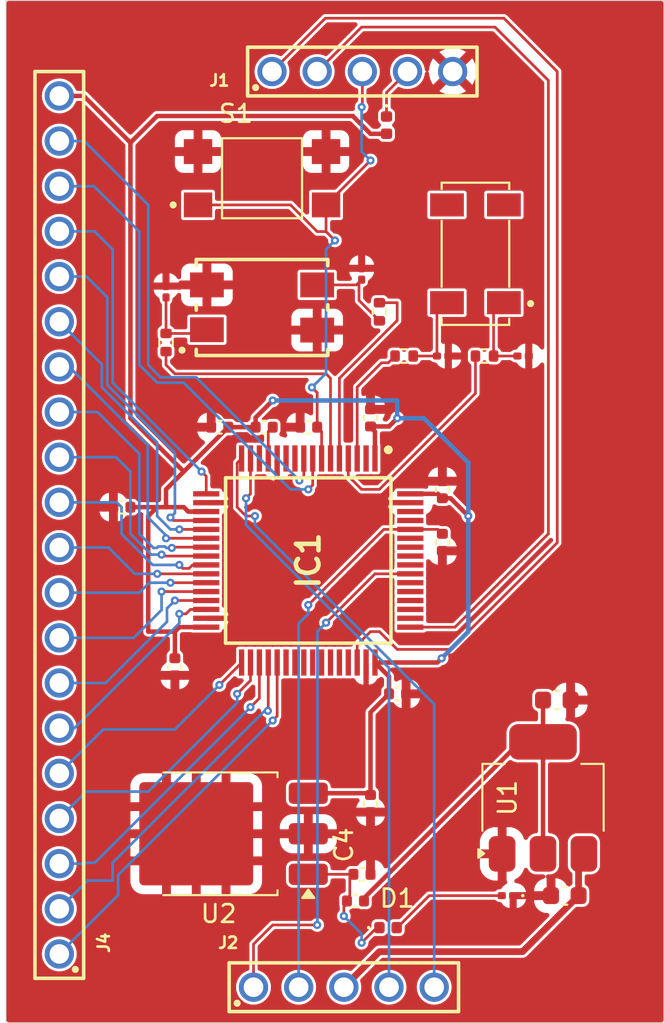
<source format=kicad_pcb>
(kicad_pcb (version 20240108) (generator "pcbnew") (generator_version "8.0")
  (layers (0 "F.Cu" mixed) (31 "B.Cu" signal) (34 "B.Paste" user) (35 "F.Paste" user) (36 "B.SilkS" user "B.Silkscreen") (37 "F.SilkS" user "F.Silkscreen") (38 "B.Mask" user) (39 "F.Mask" user) (44 "Edge.Cuts" user))
  (net 0 "")
  (net 1 "GND")
  (net 2 "+15V")
  (net 3 "+5V")
  (net 4 "Net-(D1-K)")
  (net 5 "+3.3V")
  (net 6 "NRST")
  (net 7 "Net-(C12-Pad2)")
  (net 8 "Net-(C13-Pad2)")
  (net 9 "Net-(C14-Pad2)")
  (net 10 "Net-(C15-Pad2)")
  (net 11 "Net-(D2-A)")
  (net 12 "Net-(IC1-VDDA{slash}VREF+)")
  (net 13 "BOOT0")
  (net 14 "Net-(IC1-PH0-OSC_IN(PH0))")
  (net 15 "Net-(IC1-PH1-OSC_OUT(PH1))")
  (net 16 "Net-(IC1-PC14-OSC32_IN(PC14))")
  (net 17 "Net-(IC1-PC15-OSC32_OUT(PC15))")
  (net 18 "Net-(J1-Pad4)")
  (net 19 "/PB2")
  (net 20 "/PC8")
  (net 21 "/PC0")
  (net 23 "SWDIO")
  (net 25 "/PD2")
  (net 26 "/PC10")
  (net 27 "/PC7")
  (net 28 "/PB1")
  (net 29 "/PA9")
  (net 31 "/PB15")
  (net 32 "/PB14")
  (net 33 "/PB4")
  (net 34 "/PA4")
  (net 35 "/PB11")
  (net 36 "SWCLK")
  (net 37 "/PB0")
  (net 38 "SWO")
  (net 39 "/PC6")
  (net 40 "/PA6")
  (net 41 "/PC5")
  (net 42 "/PC11")
  (net 43 "/PA15")
  (net 44 "/PA12")
  (net 45 "/PB10")
  (net 46 "/PB8")
  (net 47 "/PC4")
  (net 48 "/PA7")
  (net 49 "/PB6")
  (net 50 "USART_TX")
  (net 51 "/PA3")
  (net 52 "/PB7")
  (net 54 "/PB12")
  (net 55 "/PA10")
  (net 56 "/PB9")
  (net 57 "/PA8")
  (net 58 "/PA5")
  (net 59 "/PC9")
  (net 60 "USART_RX")
  (net 61 "/PC1")
  (net 62 "/PB5")
  (net 63 "/PA11")
  (net 64 "/PC12")
  (net 65 "/PB13")
  (footprint "ABS25_32_768KHZ_6_T:XTAL_ABS25-32.768KHZ-6-T" (layer "F.Cu") (at 44.9 31.75 180)
    (property "Reference" "Y2" (hide yes))
    (property "Value" "ABS25-32.768KHZ-6-T" (hide yes))
  )
  (footprint "Package_TO_SOT_SMD:TO-252-3_TabPin2" (layer "F.Cu") (at 30.46 64.37 180)
    (property "Reference" "U2")
    (property "Value" "LD39150DT33")
  )
  (footprint "Resistor_SMD:R_0402_1005Metric" (layer "F.Cu") (at 40.89 37.5 180)
    (property "Reference" "R5" (hide yes))
    (property "Value" "0k" (hide yes))
  )
  (footprint "Resistor_SMD:R_0402_1005Metric" (layer "F.Cu") (at 45.41 37.5 180)
    (property "Reference" "R6" (hide yes))
    (property "Value" "0k" (hide yes))
  )
  (footprint "Capacitor_SMD:C_0603_1608Metric" (layer "F.Cu") (at 49.475 56.85)
    (property "Reference" "C2" (hide yes))
    (property "Value" "10uF" (hide yes))
  )
  (footprint "6130XX11121_61300511121:61300511121" (layer "F.Cu") (at 38.54 21.5)
    (property "Reference" "J1")
    (property "Value" "6130XX11121_61300511121" (hide yes))
  )
  (footprint "Capacitor_SMD:C_0201_0603Metric" (layer "F.Cu") (at 27.5 33.885 -90)
    (property "Reference" "C13" (hide yes))
    (property "Value" "20pF" (hide yes))
  )
  (footprint "Capacitor_SMD:C_0402_1005Metric" (layer "F.Cu") (at 39 62.67 -90)
    (property "Reference" "C4")
    (property "Value" "2.2uF")
  )
  (footprint "Capacitor_SMD:C_0402_1005Metric" (layer "F.Cu") (at 38.52 66.65)
    (property "Reference" "C3" (hide yes))
    (property "Value" "1uF")
  )
  (footprint "6130XX11121_61302011121:61302011121" (layer "F.Cu") (at 21.5 47 90)
    (property "Reference" "J4")
    (property "Value" "6130XX11121_61302011121" (hide yes))
  )
  (footprint "Capacitor_SMD:C_0402_1005Metric" (layer "F.Cu") (at 43.04 47.98 -90)
    (property "Reference" "R2" (hide yes))
    (property "Value" "10k" (hide yes))
  )
  (footprint "Capacitor_SMD:C_0201_0603Metric" (layer "F.Cu") (at 38.5 32.885 -90)
    (property "Reference" "C12" (hide yes))
    (property "Value" "20pF" (hide yes))
  )
  (footprint "Capacitor_SMD:C_0402_1005Metric" (layer "F.Cu") (at 35.52 41.5)
    (property "Reference" "C11" (hide yes))
    (property "Value" "100nF" (hide yes))
  )
  (footprint "Capacitor_SMD:C_0402_1005Metric" (layer "F.Cu") (at 28 54.98 -90)
    (property "Reference" "C8" (hide yes))
    (property "Value" "100nF" (hide yes))
  )
  (footprint "6130XX11121_61300511121:61300511121" (layer "F.Cu") (at 37.5 73)
    (property "Reference" "J2")
    (property "Value" "6130XX11121_61300511121" (hide yes))
  )
  (footprint "TL3305AF160QG:SW_TL3305AF160QG" (layer "F.Cu") (at 32.9 27.5)
    (property "Reference" "S1")
    (property "Value" "TL3305AF160QG")
  )
  (footprint "Capacitor_SMD:C_0402_1005Metric" (layer "F.Cu") (at 39 40.98 90)
    (property "Reference" "C9" (hide yes))
    (property "Value" "100nF" (hide yes))
  )
  (footprint "Capacitor_SMD:C_0402_1005Metric" (layer "F.Cu") (at 30.52 41.5 180)
    (property "Reference" "C10" (hide yes))
    (property "Value" "100nF" (hide yes))
  )
  (footprint "Diode_SMD:D_0402_1005Metric" (layer "F.Cu") (at 39.985 69.65)
    (property "Reference" "R1" (hide yes))
    (property "Value" "1k 0402" (hide yes))
  )
  (footprint "Capacitor_SMD:C_0402_1005Metric" (layer "F.Cu") (at 25.02 46 180)
    (property "Reference" "C7" (hide yes))
    (property "Value" "100nF" (hide yes))
  )
  (footprint "Diode_SMD:D_0201_0603Metric" (layer "F.Cu") (at 46.7 67.85 180)
    (property "Reference" "D2" (hide yes))
    (property "Value" "LED" (hide yes))
  )
  (footprint "Capacitor_SMD:C_0402_1005Metric" (layer "F.Cu") (at 40.52 56.5)
    (property "Reference" "C6" (hide yes))
    (property "Value" "100nF" (hide yes))
  )
  (footprint "Capacitor_SMD:C_0201_0603Metric" (layer "F.Cu") (at 47.58 37.5 180)
    (property "Reference" "C15" (hide yes))
    (property "Value" "4.3pF" (hide yes))
  )
  (footprint "Diode_SMD:D_0402_1005Metric" (layer "F.Cu") (at 39.9 24.515 -90)
    (property "Reference" "R7" (hide yes))
    (property "Value" "1k 0402" (hide yes))
  )
  (footprint "Capacitor_SMD:C_0603_1608Metric" (layer "F.Cu") (at 49.925 67.85 180)
    (property "Reference" "C1" (hide yes))
    (property "Value" "10uF" (hide yes))
  )
  (footprint "Resistor_SMD:R_0402_1005Metric" (layer "F.Cu") (at 27.5 36.74 -90)
    (property "Reference" "R4" (hide yes))
    (property "Value" "0k" (hide yes))
  )
  (footprint "Capacitor_SMD:C_0402_1005Metric" (layer "F.Cu") (at 33.02 41.5 180)
    (property "Reference" "FB1" (hide yes))
    (property "Value" "FerriteBead" (hide yes))
  )
  (footprint "Capacitor_SMD:C_0402_1005Metric" (layer "F.Cu") (at 43.04 45.02 90)
    (property "Reference" "C5" (hide yes))
    (property "Value" "100nF" (hide yes))
  )
  (footprint "KiCad:QFP50P1200X1200X160-64N" (layer "F.Cu") (at 35.5 49 -90)
    (property "Reference" "IC1")
    (property "Value" "STM32L476RGT6" (hide yes))
  )
  (footprint "Resistor_SMD:R_0402_1005Metric" (layer "F.Cu") (at 39.5 35.01 90)
    (property "Reference" "R3" (hide yes))
    (property "Value" "0k" (hide yes))
  )
  (footprint "LFXTAL026380:WE-XTAL_LFXTAL026380" (layer "F.Cu") (at 32.9 34.77)
    (property "Reference" "Y1" (hide yes))
    (property "Value" "LFXTAL026380" (hide yes))
  )
  (footprint "Package_TO_SOT_SMD:SOT-223-3_TabPin2" (layer "F.Cu") (at 48.7 62.35 90)
    (property "Reference" "U1")
    (property "Value" "LD1117S50TR_SOT223")
  )
  (footprint "Capacitor_SMD:C_0402_1005Metric" (layer "F.Cu") (at 38.155 68.15)
    (property "Reference" "D1")
    (property "Value" "Power Diode")
  )
  (footprint "Capacitor_SMD:C_0201_0603Metric" (layer "F.Cu") (at 43.055 37.5 180)
    (property "Reference" "C14" (hide yes))
    (property "Value" "4.3pF" (hide yes))
  )
  (gr_rect (start 18.5 17.5) (end 55.5 75) (stroke (width 0.05)) (fill none) (layer "Edge.Cuts"))
  (segment (start 50.7 67.85) (end 50.7 65.8) (width 0.381) (layer "F.Cu") (net 2))
  (segment (start 37.5 73) (end 39.5 71) (width 0.381) (layer "F.Cu") (net 2))
  (segment (start 50.7 68.2) (end 50.7 67.85) (width 0.1524) (layer "F.Cu") (net 2))
  (segment (start 50.7 65.8) (end 51 65.5) (width 0.381) (layer "F.Cu") (net 2))
  (segment (start 39.5 71) (end 47.55 71) (width 0.381) (layer "F.Cu") (net 2))
  (segment (start 47.55 71) (end 50.7 67.85) (width 0.381) (layer "F.Cu") (net 2))
  (segment (start 48.7 59.2) (end 47.425 59.2) (width 0.254) (layer "F.Cu") (net 3))
  (segment (start 48.7 59.2) (end 48.7 56.85) (width 0.254) (layer "F.Cu") (net 3))
  (segment (start 47.425 59.2) (end 38.475 68.15) (width 0.254) (layer "F.Cu") (net 3))
  (segment (start 48.7 65.5) (end 48.7 59.2) (width 0.254) (layer "F.Cu") (net 3))
  (segment (start 39.35 69.65) (end 38.5 70.5) (width 0.1524) (layer "F.Cu") (net 4))
  (segment (start 37.5 69) (end 37.5 68.485) (width 0.1524) (layer "F.Cu") (net 4))
  (segment (start 37.835 68.15) (end 37.835 66.855) (width 0.1524) (layer "F.Cu") (net 4))
  (segment (start 39.5 69.65) (end 39.35 69.65) (width 0.1524) (layer "F.Cu") (net 4))
  (segment (start 38.04 66.65) (end 35.5 66.65) (width 0.1524) (layer "F.Cu") (net 4))
  (segment (start 37.5 68.485) (end 37.835 68.15) (width 0.1524) (layer "F.Cu") (net 4))
  (segment (start 37.835 66.855) (end 38.04 66.65) (width 0.1524) (layer "F.Cu") (net 4))
  (segment (start 37.835 68.279999) (end 37.835 68.15) (width 0.1524) (layer "F.Cu") (net 4))
  (via (at 37.5 69) (size 0.4572) (drill 0.2032) (layers "F.Cu" "B.Cu") (net 4))
  (via (at 38.5 70.5) (size 0.4572) (drill 0.2032) (layers "F.Cu" "B.Cu") (net 4))
  (segment (start 38.5 70) (end 37.5 69) (width 0.1524) (layer "B.Cu") (net 4))
  (segment (start 38.5 70.5) (end 38.5 70) (width 0.1524) (layer "B.Cu") (net 4))
  (segment (start 39.25 41.75) (end 39 41.5) (width 0.254) (layer "F.Cu") (net 5))
  (segment (start 31 41.5) (end 28.5 44) (width 0.254) (layer "F.Cu") (net 5))
  (segment (start 39 41.46) (end 40.04 41.46) (width 0.254) (layer "F.Cu") (net 5))
  (segment (start 28.5 44) (end 25.5 41) (width 0.254) (layer "F.Cu") (net 5))
  (segment (start 33.5 40) (end 32.54 40.96) (width 0.254) (layer "F.Cu") (net 5))
  (segment (start 28 53) (end 28 54.5) (width 0.254) (layer "F.Cu") (net 5))
  (segment (start 32.54 40.96) (end 32.54 41.5) (width 0.254) (layer "F.Cu") (net 5))
  (segment (start 39 62.19) (end 39 57.54) (width 0.254) (layer "F.Cu") (net 5))
  (segment (start 38 24) (end 39 25) (width 0.254) (layer "F.Cu") (net 5))
  (segment (start 27 46) (end 26.5 46.5) (width 0.254) (layer "F.Cu") (net 5))
  (segment (start 40.04 56.5) (end 40.04 55.528) (width 0.254) (layer "F.Cu") (net 5))
  (segment (start 35.5 62.09) (end 38.9 62.09) (width 0.254) (layer "F.Cu") (net 5))
  (segment (start 39.25 54.738) (end 42.762 54.738) (width 0.254) (layer "F.Cu") (net 5))
  (segment (start 28 53) (end 28.25 52.75) (width 0.254) (layer "F.Cu") (net 5))
  (segment (start 22.87 22.87) (end 21.5 22.87) (width 0.254) (layer "F.Cu") (net 5))
  (segment (start 39 25) (end 39.9 25) (width 0.254) (layer "F.Cu") (net 5))
  (segment (start 32.54 41.5) (end 31 41.5) (width 0.254) (layer "F.Cu") (net 5))
  (segment (start 43.04 45.5) (end 42.79 45.25) (width 0.254) (layer "F.Cu") (net 5))
  (segment (start 42.762 54.738) (end 43 54.5) (width 0.254) (layer "F.Cu") (net 5))
  (segment (start 28.75 46.25) (end 28.5 46) (width 0.254) (layer "F.Cu") (net 5))
  (segment (start 42.79 45.25) (end 41.238 45.25) (width 0.254) (layer "F.Cu") (net 5))
  (segment (start 44.5 46.5) (end 43.5 45.5) (width 0.254) (layer "F.Cu") (net 5))
  (segment (start 25.5 25.5) (end 27 24) (width 0.254) (layer "F.Cu") (net 5))
  (segment (start 28.5 44) (end 27.5 45) (width 0.254) (layer "F.Cu") (net 5))
  (segment (start 27.5 45) (end 27.5 45.5) (width 0.254) (layer "F.Cu") (net 5))
  (segment (start 39.25 43.262) (end 39.25 41.75) (width 0.254) (layer "F.Cu") (net 5))
  (segment (start 27.5 45.5) (end 27.5 46) (width 0.254) (layer "F.Cu") (net 5))
  (segment (start 40.04 55.528) (end 39.25 54.738) (width 0.254) (layer "F.Cu") (net 5))
  (segment (start 43.5 45.5) (end 43.04 45.5) (width 0.254) (layer "F.Cu") (net 5))
  (segment (start 25.5 25.5) (end 22.87 22.87) (width 0.254) (layer "F.Cu") (net 5))
  (segment (start 26.5 53) (end 28 53) (width 0.254) (layer "F.Cu") (net 5))
  (segment (start 27 24) (end 38 24) (width 0.254) (layer "F.Cu") (net 5))
  (segment (start 39 57.54) (end 40.04 56.5) (width 0.254) (layer "F.Cu") (net 5))
  (segment (start 28.5 46) (end 25.5 46) (width 0.254) (layer "F.Cu") (net 5))
  (segment (start 25.5 41) (end 25.5 25.5) (width 0.254) (layer "F.Cu") (net 5))
  (segment (start 28.25 52.75) (end 29.762 52.75) (width 0.254) (layer "F.Cu") (net 5))
  (segment (start 26.5 46.5) (end 26.5 53) (width 0.254) (layer "F.Cu") (net 5))
  (segment (start 40.04 41.46) (end 40.5 41) (width 0.254) (layer "F.Cu") (net 5))
  (segment (start 29.762 46.25) (end 28.75 46.25) (width 0.254) (layer "F.Cu") (net 5))
  (segment (start 38.9 62.09) (end 39 62.19) (width 0.254) (layer "F.Cu") (net 5))
  (via (at 44.5 46.5) (size 0.4572) (drill 0.2032) (layers "F.Cu" "B.Cu") (net 5))
  (via (at 40.5 41) (size 0.4572) (drill 0.2032) (layers "F.Cu" "B.Cu") (net 5))
  (via (at 33.5 40) (size 0.4572) (drill 0.2032) (layers "F.Cu" "B.Cu") (net 5))
  (via (at 43 54.5) (size 0.4572) (drill 0.2032) (layers "F.Cu" "B.Cu") (net 5))
  (segment (start 44.5 53) (end 44.5 46.5) (width 0.254) (layer "B.Cu") (net 5))
  (segment (start 42 41) (end 40.5 41) (width 0.254) (layer "B.Cu") (net 5))
  (segment (start 44.5 43.5) (end 42 41) (width 0.254) (layer "B.Cu") (net 5))
  (segment (start 43 54.5) (end 44.5 53) (width 0.254) (layer "B.Cu") (net 5))
  (segment (start 40.5 40) (end 33.5 40) (width 0.254) (layer "B.Cu") (net 5))
  (segment (start 40.5 41) (end 40.5 40) (width 0.254) (layer "B.Cu") (net 5))
  (segment (start 44.5 46.5) (end 44.5 43.5) (width 0.254) (layer "B.Cu") (net 5))
  (segment (start 36 30.5) (end 34.5 29) (width 0.1524) (layer "F.Cu") (net 6))
  (segment (start 36.5 30.5) (end 36 30.5) (width 0.1524) (layer "F.Cu") (net 6))
  (segment (start 38.5 23.5) (end 38.54 23.46) (width 0.1524) (layer "F.Cu") (net 6))
  (segment (start 35.702454 39.26505) (end 36 39.562596) (width 0.1524) (layer "F.Cu") (net 6))
  (segment (start 39 26.5) (end 36.5 29) (width 0.1524) (layer "F.Cu") (net 6))
  (segment (start 36 39.562596) (end 36 41.5) (width 0.1524) (layer "F.Cu") (net 6))
  (segment (start 37 31) (end 36.5 30.5) (width 0.1524) (layer "F.Cu") (net 6))
  (segment (start 36.5 30.5) (end 36.5 29) (width 0.1524) (layer "F.Cu") (net 6))
  (segment (start 36.25 41.75) (end 36 41.5) (width 0.1524) (layer "F.Cu") (net 6))
  (segment (start 38.54 23.46) (end 38.54 21.5) (width 0.1524) (layer "F.Cu") (net 6))
  (segment (start 34.5 29) (end 29.3 29) (width 0.1524) (layer "F.Cu") (net 6))
  (segment (start 36.25 43.262) (end 36.25 41.75) (width 0.1524) (layer "F.Cu") (net 6))
  (via (at 37 31) (size 0.4572) (drill 0.2032) (layers "F.Cu" "B.Cu") (net 6))
  (via (at 39 26.5) (size 0.4572) (drill 0.2032) (layers "F.Cu" "B.Cu") (net 6))
  (via (at 38.5 23.5) (size 0.4572) (drill 0.2032) (layers "F.Cu" "B.Cu") (net 6))
  (via (at 35.702454 39.26505) (size 0.4572) (drill 0.2032) (layers "F.Cu" "B.Cu") (net 6))
  (segment (start 36.5 31.5) (end 37 31) (width 0.1524) (layer "B.Cu") (net 6))
  (segment (start 38.5 26) (end 38.5 23.5) (width 0.1524) (layer "B.Cu") (net 6))
  (segment (start 36.5 38.467504) (end 36.5 31.5) (width 0.1524) (layer "B.Cu") (net 6))
  (segment (start 35.702454 39.26505) (end 36.5 38.467504) (width 0.1524) (layer "B.Cu") (net 6))
  (segment (start 39 26.5) (end 38.5 26) (width 0.1524) (layer "B.Cu") (net 6))
  (segment (start 38.5 33.205) (end 38.3525 33.3525) (width 0.1524) (layer "F.Cu") (net 7))
  (segment (start 36 33.5) (end 38.205 33.5) (width 0.1524) (layer "F.Cu") (net 7))
  (segment (start 38.3525 33.3525) (end 38.3525 34.3725) (width 0.1524) (layer "F.Cu") (net 7))
  (segment (start 38.205 33.5) (end 38.5 33.205) (width 0.1524) (layer "F.Cu") (net 7))
  (segment (start 38.3525 34.3725) (end 39.5 35.52) (width 0.1524) (layer "F.Cu") (net 7))
  (segment (start 27.5 36.23) (end 29.59 36.23) (width 0.1524) (layer "F.Cu") (net 8))
  (segment (start 27.5 36.23) (end 27.5 34.205) (width 0.1524) (layer "F.Cu") (net 8))
  (segment (start 29.59 36.23) (end 29.8 36.02) (width 0.1524) (layer "F.Cu") (net 8))
  (segment (start 42.735 37.5) (end 42.735 35.065) (width 0.1524) (layer "F.Cu") (net 9))
  (segment (start 41.4 37.5) (end 42.735 37.5) (width 0.1524) (layer "F.Cu") (net 9))
  (segment (start 42.735 35.065) (end 43.3 34.5) (width 0.1524) (layer "F.Cu") (net 9))
  (segment (start 45.92 35.08) (end 46.5 34.5) (width 0.1524) (layer "F.Cu") (net 10))
  (segment (start 45.92 37.5) (end 47.26 37.5) (width 0.1524) (layer "F.Cu") (net 10))
  (segment (start 45.92 37.5) (end 45.92 35.08) (width 0.1524) (layer "F.Cu") (net 10))
  (segment (start 42.3 67.85) (end 40.5 69.65) (width 0.1524) (layer "F.Cu") (net 11))
  (segment (start 46.38 67.85) (end 42.3 67.85) (width 0.1524) (layer "F.Cu") (net 11))
  (segment (start 33.25 41.75) (end 33.5 41.5) (width 0.1524) (layer "F.Cu") (net 12))
  (segment (start 33.25 43.262) (end 33.25 41.75) (width 0.1524) (layer "F.Cu") (net 12))
  (segment (start 42.79 47.25) (end 43.04 47.5) (width 0.1524) (layer "F.Cu") (net 13))
  (segment (start 39.75 47.25) (end 35.5 51.5) (width 0.1524) (layer "F.Cu") (net 13))
  (segment (start 41.238 47.25) (end 39.75 47.25) (width 0.1524) (layer "F.Cu") (net 13))
  (segment (start 41.238 47.25) (end 42.79 47.25) (width 0.1524) (layer "F.Cu") (net 13))
  (via (at 35.5 51.5) (size 0.4572) (drill 0.2032) (layers "F.Cu" "B.Cu") (net 13))
  (segment (start 34.96 52.54) (end 34.96 73) (width 0.1524) (layer "B.Cu") (net 13))
  (segment (start 35.5 51.5) (end 35.5 52) (width 0.1524) (layer "B.Cu") (net 13))
  (segment (start 35.5 52) (end 34.96 52.54) (width 0.1524) (layer "B.Cu") (net 13))
  (segment (start 37.25 38.75) (end 40.5 35.5) (width 0.1524) (layer "F.Cu") (net 14))
  (segment (start 40.5 34.5) (end 39.5 34.5) (width 0.1524) (layer "F.Cu") (net 14))
  (segment (start 37.25 43.262) (end 37.25 38.75) (width 0.1524) (layer "F.Cu") (net 14))
  (segment (start 40.5 35.5) (end 40.5 34.5) (width 0.1524) (layer "F.Cu") (net 14))
  (segment (start 27.5 38) (end 27.5 37.25) (width 0.1524) (layer "F.Cu") (net 15))
  (segment (start 36.5 38.5) (end 28 38.5) (width 0.1524) (layer "F.Cu") (net 15))
  (segment (start 36.75 38.75) (end 36.5 38.5) (width 0.1524) (layer "F.Cu") (net 15))
  (segment (start 36.75 43.262) (end 36.75 38.75) (width 0.1524) (layer "F.Cu") (net 15))
  (segment (start 28 38.5) (end 27.5 38) (width 0.1524) (layer "F.Cu") (net 15))
  (segment (start 38.25 39.25) (end 39.62 37.88) (width 0.1524) (layer "F.Cu") (net 16))
  (segment (start 39.62 37.88) (end 40 37.88) (width 0.1524) (layer "F.Cu") (net 16))
  (segment (start 40 37.88) (end 40.38 37.5) (width 0.1524) (layer "F.Cu") (net 16))
  (segment (start 38.25 43.262) (end 38.25 39.25) (width 0.1524) (layer "F.Cu") (net 16))
  (segment (start 44.9 39.6) (end 44.9 37.5) (width 0.1524) (layer "F.Cu") (net 17))
  (segment (start 37.75 44.25) (end 38.5 45) (width 0.1524) (layer "F.Cu") (net 17))
  (segment (start 38.5 45) (end 39.5 45) (width 0.1524) (layer "F.Cu") (net 17))
  (segment (start 37.75 43.262) (end 37.75 44.25) (width 0.1524) (layer "F.Cu") (net 17))
  (segment (start 39.5 45) (end 44.9 39.6) (width 0.1524) (layer "F.Cu") (net 17))
  (segment (start 39.9 22.68) (end 41.08 21.5) (width 0.1524) (layer "F.Cu") (net 18))
  (segment (start 39.9 24.03) (end 39.9 22.68) (width 0.1524) (layer "F.Cu") (net 18))
  (segment (start 27.25 50.75) (end 29.762 50.75) (width 0.1524) (layer "F.Cu") (net 19))
  (via (at 27.25 50.75) (size 0.4572) (drill 0.2032) (layers "F.Cu" "B.Cu") (net 19))
  (segment (start 25.683403 53.35) (end 21.5 53.35) (width 0.1524) (layer "B.Cu") (net 19))
  (segment (start 27.25 51.783403) (end 25.683403 53.35) (width 0.1524) (layer "B.Cu") (net 19))
  (segment (start 27.25 50.75) (end 27.25 51.783403) (width 0.1524) (layer "B.Cu") (net 19))
  (segment (start 35.75 44.75) (end 35.5 45) (width 0.1524) (layer "F.Cu") (net 21))
  (segment (start 35.75 43.262) (end 35.75 44.75) (width 0.1524) (layer "F.Cu") (net 21))
  (via (at 35.5 45) (size 0.4572) (drill 0.2032) (layers "F.Cu" "B.Cu") (net 21))
  (segment (start 34.5 45) (end 28.5 39) (width 0.1524) (layer "B.Cu") (net 21))
  (segment (start 26 38) (end 26 30.5) (width 0.1524) (layer "B.Cu") (net 21))
  (segment (start 28.5 39) (end 27 39) (width 0.1524) (layer "B.Cu") (net 21))
  (segment (start 23.45 27.95) (end 21.5 27.95) (width 0.1524) (layer "B.Cu") (net 21))
  (segment (start 35.5 45) (end 34.5 45) (width 0.1524) (layer "B.Cu") (net 21))
  (segment (start 26 30.5) (end 23.45 27.95) (width 0.1524) (layer "B.Cu") (net 21))
  (segment (start 27 39) (end 26 38) (width 0.1524) (layer "B.Cu") (net 21))
  (segment (start 36.46 18.5) (end 46.5 18.5) (width 0.1524) (layer "F.Cu") (net 23))
  (segment (start 39.5 53) (end 39 53) (width 0.1524) (layer "F.Cu") (net 23))
  (segment (start 39 53) (end 38.25 53.75) (width 0.1524) (layer "F.Cu") (net 23))
  (segment (start 49.5 48) (end 43.5 54) (width 0.1524) (layer "F.Cu") (net 23))
  (segment (start 43.5 54) (end 40.5 54) (width 0.1524) (layer "F.Cu") (net 23))
  (segment (start 46.5 18.5) (end 49.5 21.5) (width 0.1524) (layer "F.Cu") (net 23))
  (segment (start 40.5 54) (end 39.5 53) (width 0.1524) (layer "F.Cu") (net 23))
  (segment (start 33.46 21.5) (end 36.46 18.5) (width 0.1524) (layer "F.Cu") (net 23))
  (segment (start 38.25 53.75) (end 38.25 54.738) (width 0.1524) (layer "F.Cu") (net 23))
  (segment (start 49.5 21.5) (end 49.5 48) (width 0.1524) (layer "F.Cu") (net 23))
  (segment (start 27.75 50.25) (end 29.762 50.25) (width 0.1524) (layer "F.Cu") (net 28))
  (via (at 27.75 50.25) (size 0.4572) (drill 0.2032) (layers "F.Cu" "B.Cu") (net 28))
  (segment (start 26 50.81) (end 21.5 50.81) (width 0.1524) (layer "B.Cu") (net 28))
  (segment (start 26.56 50.25) (end 26 50.81) (width 0.1524) (layer "B.Cu") (net 28))
  (segment (start 27.75 50.25) (end 26.56 50.25) (width 0.1524) (layer "B.Cu") (net 28))
  (segment (start 33.25 57.432132) (end 33.25 54.738) (width 0.1524) (layer "F.Cu") (net 31))
  (segment (start 33.227377 57.454755) (end 33.25 57.432132) (width 0.1524) (layer "F.Cu") (net 31))
  (via (at 33.227377 57.454755) (size 0.4572) (drill 0.2032) (layers "F.Cu" "B.Cu") (net 31))
  (segment (start 33.045245 57.454755) (end 24.5 66) (width 0.1524) (layer "B.Cu") (net 31))
  (segment (start 23.09 67) (end 21.5 68.59) (width 0.1524) (layer "B.Cu") (net 31))
  (segment (start 24.5 66) (end 24.5 67) (width 0.1524) (layer "B.Cu") (net 31))
  (segment (start 33.227377 57.454755) (end 33.045245 57.454755) (width 0.1524) (layer "B.Cu") (net 31))
  (segment (start 24.5 67) (end 23.09 67) (width 0.1524) (layer "B.Cu") (net 31))
  (segment (start 32.75 56.75) (end 32.75 54.738) (width 0.1524) (layer "F.Cu") (net 32))
  (segment (start 32.25 57.25) (end 32.75 56.75) (width 0.1524) (layer "F.Cu") (net 32))
  (via (at 32.25 57.25) (size 0.4572) (drill 0.2032) (layers "F.Cu" "B.Cu") (net 32))
  (segment (start 23.5 66) (end 23 66) (width 0.1524) (layer "B.Cu") (net 32))
  (segment (start 23 66) (end 22.95 66.05) (width 0.1524) (layer "B.Cu") (net 32))
  (segment (start 32.25 57.25) (end 23.5 66) (width 0.1524) (layer "B.Cu") (net 32))
  (segment (start 22.95 66.05) (end 21.5 66.05) (width 0.1524) (layer "B.Cu") (net 32))
  (segment (start 27.91773 46.75) (end 29.762 46.75) (width 0.1524) (layer "F.Cu") (net 34))
  (segment (start 27.75 46.58227) (end 27.91773 46.75) (width 0.1524) (layer "F.Cu") (net 34))
  (via (at 27.75 46.58227) (size 0.4572) (drill 0.2032) (layers "F.Cu" "B.Cu") (net 34))
  (segment (start 23.03 33.03) (end 21.5 33.03) (width 0.1524) (layer "B.Cu") (net 34))
  (segment (start 28 46.33227) (end 28 42.931052) (width 0.1524) (layer "B.Cu") (net 34))
  (segment (start 24.1952 39.126252) (end 24.1952 34.1952) (width 0.1524) (layer "B.Cu") (net 34))
  (segment (start 27.75 46.58227) (end 28 46.33227) (width 0.1524) (layer "B.Cu") (net 34))
  (segment (start 24.1952 34.1952) (end 23.03 33.03) (width 0.1524) (layer "B.Cu") (net 34))
  (segment (start 28 42.931052) (end 24.1952 39.126252) (width 0.1524) (layer "B.Cu") (net 34))
  (segment (start 28.8721 51.75) (end 29.762 51.75) (width 0.1524) (layer "F.Cu") (net 35))
  (segment (start 28.25 52) (end 28.6221 52) (width 0.1524) (layer "F.Cu") (net 35))
  (segment (start 28.6221 52) (end 28.8721 51.75) (width 0.1524) (layer "F.Cu") (net 35))
  (via (at 28.25 52) (size 0.4572) (drill 0.2032) (layers "F.Cu" "B.Cu") (net 35))
  (segment (start 28.25 52.5301) (end 22.3501 58.43) (width 0.1524) (layer "B.Cu") (net 35))
  (segment (start 22.3501 58.43) (end 21.5 58.43) (width 0.1524) (layer "B.Cu") (net 35))
  (segment (start 28.25 52) (end 28.25 52.5301) (width 0.1524) (layer "B.Cu") (net 35))
  (segment (start 38.5 19) (end 46 19) (width 0.1524) (layer "F.Cu") (net 36))
  (segment (start 43.75 52.75) (end 41.238 52.75) (width 0.1524) (layer "F.Cu") (net 36))
  (segment (start 36 21.5) (end 38.5 19) (width 0.1524) (layer "F.Cu") (net 36))
  (segment (start 49 47.5) (end 43.75 52.75) (width 0.1524) (layer "F.Cu") (net 36))
  (segment (start 49 22) (end 49 47.5) (width 0.1524) (layer "F.Cu") (net 36))
  (segment (start 46 19) (end 49 22) (width 0.1524) (layer "F.Cu") (net 36))
  (segment (start 27.008 49.75) (end 29.762 49.75) (width 0.1524) (layer "F.Cu") (net 37))
  (via (at 27.008 49.75) (size 0.4572) (drill 0.2032) (layers "F.Cu" "B.Cu") (net 37))
  (segment (start 25.75 49.75) (end 24.27 48.27) (width 0.1524) (layer "B.Cu") (net 37))
  (segment (start 24.27 48.27) (end 21.5 48.27) (width 0.1524) (layer "B.Cu") (net 37))
  (segment (start 27.008 49.75) (end 25.75 49.75) (width 0.1524) (layer "B.Cu") (net 37))
  (segment (start 36 69.5) (end 33.5 69.5) (width 0.1524) (layer "F.Cu") (net 38))
  (segment (start 41.238 49.75) (end 39.25 49.75) (width 0.1524) (layer "F.Cu") (net 38))
  (segment (start 33.5 69.5) (end 32.42 70.58) (width 0.1524) (layer "F.Cu") (net 38))
  (segment (start 39.25 49.75) (end 36.5 52.5) (width 0.1524) (layer "F.Cu") (net 38))
  (segment (start 32.42 70.58) (end 32.42 73) (width 0.1524) (layer "F.Cu") (net 38))
  (via (at 36.5 52.5) (size 0.4572) (drill 0.2032) (layers "F.Cu" "B.Cu") (net 38))
  (via (at 36 69.5) (size 0.4572) (drill 0.2032) (layers "F.Cu" "B.Cu") (net 38))
  (segment (start 36.0136 52.9864) (end 36.0136 69.4864) (width 0.1524) (layer "B.Cu") (net 38))
  (segment (start 36.5 52.5) (end 36.0136 52.9864) (width 0.1524) (layer "B.Cu") (net 38))
  (segment (start 36.0136 69.4864) (end 36 69.5) (width 0.1524) (layer "B.Cu") (net 38))
  (segment (start 33.75 57.75) (end 33.75 54.738) (width 0.1524) (layer "F.Cu") (net 39))
  (segment (start 33.5 58) (end 33.75 57.75) (width 0.1524) (layer "F.Cu") (net 39))
  (via (at 33.5 58) (size 0.4572) (drill 0.2032) (layers "F.Cu" "B.Cu") (net 39))
  (segment (start 33.5 58) (end 24.8048 66.6952) (width 0.1524) (layer "B.Cu") (net 39))
  (segment (start 24.8048 67.8252) (end 21.5 71.13) (width 0.1524) (layer "B.Cu") (net 39))
  (segment (start 24.8048 66.6952) (end 24.8048 67.8252) (width 0.1524) (layer "B.Cu") (net 39))
  (segment (start 27.5 47.75) (end 29.762 47.75) (width 0.1524) (layer "F.Cu") (net 40))
  (via (at 27.5 47.75) (size 0.4572) (drill 0.2032) (layers "F.Cu" "B.Cu") (net 40))
  (segment (start 26.4725 42.5275) (end 22.055 38.11) (width 0.1524) (layer "B.Cu") (net 40))
  (segment (start 26.4725 46.565197) (end 26.4725 42.5275) (width 0.1524) (layer "B.Cu") (net 40))
  (segment (start 27.5 47.592697) (end 26.4725 46.565197) (width 0.1524) (layer "B.Cu") (net 40))
  (segment (start 22.055 38.11) (end 21.5 38.11) (width 0.1524) (layer "B.Cu") (net 40))
  (segment (start 27.5 47.75) (end 27.5 47.592697) (width 0.1524) (layer "B.Cu") (net 40))
  (segment (start 28.4452 49.4452) (end 28.7959 49.4452) (width 0.1524) (layer "F.Cu") (net 41))
  (segment (start 28.25 49.25) (end 28.4452 49.4452) (width 0.1524) (layer "F.Cu") (net 41))
  (segment (start 28.9911 49.25) (end 29.762 49.25) (width 0.1524) (layer "F.Cu") (net 41))
  (segment (start 28.7959 49.4452) (end 28.9911 49.25) (width 0.1524) (layer "F.Cu") (net 41))
  (via (at 28.25 49.25) (size 0.4572) (drill 0.2032) (layers "F.Cu" "B.Cu") (net 41))
  (segment (start 25 46) (end 24.73 45.73) (width 0.1524) (layer "B.Cu") (net 41))
  (segment (start 26.75 49.25) (end 25 47.5) (width 0.1524) (layer "B.Cu") (net 41))
  (segment (start 25 47.5) (end 25 46) (width 0.1524) (layer "B.Cu") (net 41))
  (segment (start 28.25 49.25) (end 26.75 49.25) (width 0.1524) (layer "B.Cu") (net 41))
  (segment (start 24.73 45.73) (end 21.5 45.73) (width 0.1524) (layer "B.Cu") (net 41))
  (segment (start 28 51.25) (end 29.762 51.25) (width 0.1524) (layer "F.Cu") (net 45))
  (via (at 28 51.25) (size 0.4572) (drill 0.2032) (layers "F.Cu" "B.Cu") (net 45))
  (segment (start 27.5548 51.6952) (end 27.5548 52.4452) (width 0.1524) (layer "B.Cu") (net 45))
  (segment (start 24.11 55.89) (end 21.5 55.89) (width 0.1524) (layer "B.Cu") (net 45))
  (segment (start 27.5548 52.4452) (end 24.11 55.89) (width 0.1524) (layer "B.Cu") (net 45))
  (segment (start 28 51.25) (end 27.5548 51.6952) (width 0.1524) (layer "B.Cu") (net 45))
  (segment (start 27.25 48.6691) (end 27.3309 48.75) (width 0.1524) (layer "F.Cu") (net 47))
  (segment (start 27.3309 48.75) (end 29.762 48.75) (width 0.1524) (layer "F.Cu") (net 47))
  (via (at 27.25 48.6691) (size 0.4572) (drill 0.2032) (layers "F.Cu" "B.Cu") (net 47))
  (segment (start 25.5 47.5) (end 25.5 44) (width 0.1524) (layer "B.Cu") (net 47))
  (segment (start 27.25 48.6691) (end 26.6691 48.6691) (width 0.1524) (layer "B.Cu") (net 47))
  (segment (start 26.6691 48.6691) (end 25.5 47.5) (width 0.1524) (layer "B.Cu") (net 47))
  (segment (start 25.5 44) (end 24.69 43.19) (width 0.1524) (layer "B.Cu") (net 47))
  (segment (start 24.69 43.19) (end 21.5 43.19) (width 0.1524) (layer "B.Cu") (net 47))
  (segment (start 27.870271 48.25) (end 29.762 48.25) (width 0.1524) (layer "F.Cu") (net 48))
  (segment (start 27.827471 48.2928) (end 27.870271 48.25) (width 0.1524) (layer "F.Cu") (net 48))
  (via (at 27.827471 48.2928) (size 0.4572) (drill 0.2032) (layers "F.Cu" "B.Cu") (net 48))
  (segment (start 26 43) (end 23.65 40.65) (width 0.1524) (layer "B.Cu") (net 48))
  (segment (start 26.7928 48.2928) (end 26 47.5) (width 0.1524) (layer "B.Cu") (net 48))
  (segment (start 27.827471 48.2928) (end 27.520279 48.2928) (width 0.1524) (layer "B.Cu") (net 48))
  (segment (start 26.979721 48.2928) (end 26.7928 48.2928) (width 0.1524) (layer "B.Cu") (net 48))
  (segment (start 26 47.5) (end 26 43) (width 0.1524) (layer "B.Cu") (net 48))
  (segment (start 27.060621 48.2119) (end 26.979721 48.2928) (width 0.1524) (layer "B.Cu") (net 48))
  (segment (start 27.520279 48.2928) (end 27.439379 48.2119) (width 0.1524) (layer "B.Cu") (net 48))
  (segment (start 27.439379 48.2119) (end 27.060621 48.2119) (width 0.1524) (layer "B.Cu") (net 48))
  (segment (start 23.65 40.65) (end 21.5 40.65) (width 0.1524) (layer "B.Cu") (net 48))
  (segment (start 32.25 43.262) (end 32.25 45.25) (width 0.1524) (layer "F.Cu") (net 50))
  (segment (start 32.25 45.25) (end 32 45.5) (width 0.1524) (layer "F.Cu") (net 50))
  (via (at 32 45.5) (size 0.4572) (drill 0.2032) (layers "F.Cu" "B.Cu") (net 50))
  (segment (start 32 47) (end 40.04 55.04) (width 0.1524) (layer "B.Cu") (net 50))
  (segment (start 40.04 55.04) (end 40.04 73) (width 0.1524) (layer "B.Cu") (net 50))
  (segment (start 32 45.5) (end 32 47) (width 0.1524) (layer "B.Cu") (net 50))
  (segment (start 29.762 45.25) (end 29.762 44.262) (width 0.1524) (layer "F.Cu") (net 51))
  (segment (start 29.762 44.262) (end 29.5 44) (width 0.1524) (layer "F.Cu") (net 51))
  (via (at 29.5 44) (size 0.4572) (drill 0.2032) (layers "F.Cu" "B.Cu") (net 51))
  (segment (start 24.5 39) (end 24.5 31.5) (width 0.1524) (layer "B.Cu") (net 51))
  (segment (start 24.5 31.5) (end 23.49 30.49) (width 0.1524) (layer "B.Cu") (net 51))
  (segment (start 23.49 30.49) (end 21.5 30.49) (width 0.1524) (layer "B.Cu") (net 51))
  (segment (start 29.5 44) (end 24.5 39) (width 0.1524) (layer "B.Cu") (net 51))
  (segment (start 31.75 54.738) (end 31.75 54.75) (width 0.1524) (layer "F.Cu") (net 54))
  (segment (start 31.75 54.75) (end 30.5 56) (width 0.1524) (layer "F.Cu") (net 54))
  (via (at 30.5 56) (size 0.4572) (drill 0.2032) (layers "F.Cu" "B.Cu") (net 54))
  (segment (start 28 58.5) (end 23.97 58.5) (width 0.1524) (layer "B.Cu") (net 54))
  (segment (start 30.5 56) (end 28 58.5) (width 0.1524) (layer "B.Cu") (net 54))
  (segment (start 23.97 58.5) (end 21.5 60.97) (width 0.1524) (layer "B.Cu") (net 54))
  (segment (start 28.25 47.25) (end 29.762 47.25) (width 0.1524) (layer "F.Cu") (net 58))
  (via (at 28.25 47.25) (size 0.4572) (drill 0.2032) (layers "F.Cu" "B.Cu") (net 58))
  (segment (start 23.8904 39.252504) (end 23.8904 37.9604) (width 0.1524) (layer "B.Cu") (net 58))
  (segment (start 23.8904 37.9604) (end 21.5 35.57) (width 0.1524) (layer "B.Cu") (net 58))
  (segment (start 27 46.5) (end 27 42.362104) (width 0.1524) (layer "B.Cu") (net 58))
  (segment (start 28.25 47.25) (end 27.75 47.25) (width 0.1524) (layer "B.Cu") (net 58))
  (segment (start 27 42.362104) (end 23.8904 39.252504) (width 0.1524) (layer "B.Cu") (net 58))
  (segment (start 27.75 47.25) (end 27 46.5) (width 0.1524) (layer "B.Cu") (net 58))
  (segment (start 31.5 43.512) (end 31.5 46) (width 0.1524) (layer "F.Cu") (net 60))
  (segment (start 31.5 46) (end 32 46.5) (width 0.1524) (layer "F.Cu") (net 60))
  (segment (start 31.75 43.262) (end 31.5 43.512) (width 0.1524) (layer "F.Cu") (net 60))
  (segment (start 32 46.5) (end 32.5 46.5) (width 0.1524) (layer "F.Cu") (net 60))
  (via (at 32.5 46.5) (size 0.4572) (drill 0.2032) (layers "F.Cu" "B.Cu") (net 60))
  (segment (start 42.58 57.08) (end 42.58 73) (width 0.1524) (layer "B.Cu") (net 60))
  (segment (start 32.5 47) (end 42.58 57.08) (width 0.1524) (layer "B.Cu") (net 60))
  (segment (start 32.5 46.5) (end 32.5 47) (width 0.1524) (layer "B.Cu") (net 60))
  (segment (start 35.25 44.25) (end 35 44.5) (width 0.1524) (layer "F.Cu") (net 61))
  (segment (start 35.25 43.262) (end 35.25 44.25) (width 0.1524) (layer "F.Cu") (net 61))
  (via (at 35 44.5) (size 0.4572) (drill 0.2032) (layers "F.Cu" "B.Cu") (net 61))
  (segment (start 26.5 29) (end 22.91 25.41) (width 0.1524) (layer "B.Cu") (net 61))
  (segment (start 35 44.5) (end 29.1952 38.6952) (width 0.1524) (layer "B.Cu") (net 61))
  (segment (start 22.91 25.41) (end 21.5 25.41) (width 0.1524) (layer "B.Cu") (net 61))
  (segment (start 26.5 38) (end 26.5 29) (width 0.1524) (layer "B.Cu") (net 61))
  (segment (start 27.1952 38.6952) (end 26.5 38) (width 0.1524) (layer "B.Cu") (net 61))
  (segment (start 29.1952 38.6952) (end 27.1952 38.6952) (width 0.1524) (layer "B.Cu") (net 61))
  (segment (start 32.25 55.75) (end 31.5 56.5) (width 0.1524) (layer "F.Cu") (net 65))
  (segment (start 32.25 54.738) (end 32.25 55.75) (width 0.1524) (layer "F.Cu") (net 65))
  (via (at 31.5 56.5) (size 0.4572) (drill 0.2032) (layers "F.Cu" "B.Cu") (net 65))
  (segment (start 31.5 57) (end 26.5 62) (width 0.1524) (layer "B.Cu") (net 65))
  (segment (start 23.01 62) (end 21.5 63.51) (width 0.1524) (layer "B.Cu") (net 65))
  (segment (start 31.5 56.5) (end 31.5 57) (width 0.1524) (layer "B.Cu") (net 65))
  (segment (start 26.5 62) (end 23.01 62) (width 0.1524) (layer "B.Cu") (net 65))
  (zone (net 1) (net_name "GND") (layer "F.Cu") (connect_pads (clearance 0.1524)) (min_thickness 0.25) (fill yes (thermal_gap 0.5) (thermal_bridge_width 0.5))
    (polygon (pts (xy 55.5 17.5) (xy 55.5 75) (xy 18.5 75) (xy 18.5 17.5)))
  )
)
</source>
